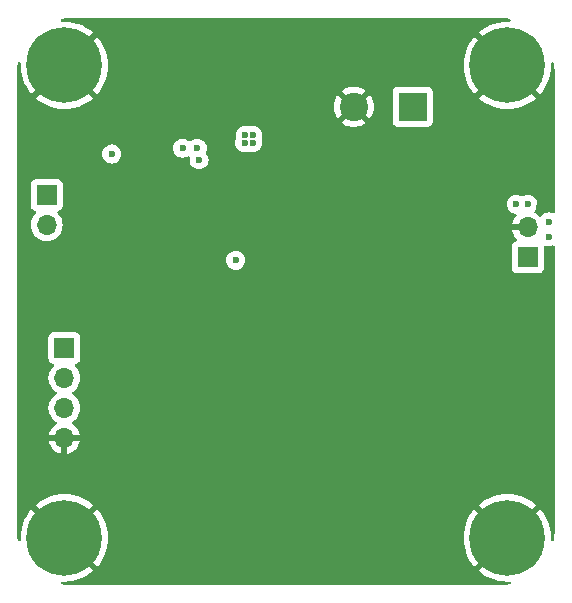
<source format=gbr>
%TF.GenerationSoftware,KiCad,Pcbnew,8.0.5*%
%TF.CreationDate,2024-09-18T15:37:43+10:00*%
%TF.ProjectId,mppt-board,6d707074-2d62-46f6-9172-642e6b696361,rev?*%
%TF.SameCoordinates,Original*%
%TF.FileFunction,Copper,L5,Inr*%
%TF.FilePolarity,Positive*%
%FSLAX46Y46*%
G04 Gerber Fmt 4.6, Leading zero omitted, Abs format (unit mm)*
G04 Created by KiCad (PCBNEW 8.0.5) date 2024-09-18 15:37:43*
%MOMM*%
%LPD*%
G01*
G04 APERTURE LIST*
%TA.AperFunction,ComponentPad*%
%ADD10C,6.400000*%
%TD*%
%TA.AperFunction,ComponentPad*%
%ADD11R,2.400000X2.400000*%
%TD*%
%TA.AperFunction,ComponentPad*%
%ADD12C,2.400000*%
%TD*%
%TA.AperFunction,ComponentPad*%
%ADD13R,1.700000X1.700000*%
%TD*%
%TA.AperFunction,ComponentPad*%
%ADD14O,1.700000X1.700000*%
%TD*%
%TA.AperFunction,ViaPad*%
%ADD15C,0.600000*%
%TD*%
G04 APERTURE END LIST*
D10*
%TO.N,GND*%
%TO.C,H3*%
X66500000Y-94000000D03*
%TD*%
D11*
%TO.N,Net-(D1-A)*%
%TO.C,C2*%
X96000000Y-57500000D03*
D12*
%TO.N,GND*%
X91000000Y-57500000D03*
%TD*%
D10*
%TO.N,GND*%
%TO.C,H2*%
X104000000Y-54000000D03*
%TD*%
D13*
%TO.N,VCC*%
%TO.C,J2*%
X66500000Y-77920000D03*
D14*
%TO.N,/swclk*%
X66500000Y-80460000D03*
%TO.N,/swdio*%
X66500000Y-83000000D03*
%TO.N,GND*%
X66500000Y-85540000D03*
%TD*%
D13*
%TO.N,VBUS*%
%TO.C,SC1*%
X65000000Y-64960000D03*
D14*
%TO.N,Net-(SC1--)*%
X65000000Y-67500000D03*
%TD*%
D10*
%TO.N,GND*%
%TO.C,H1*%
X66500000Y-54000000D03*
%TD*%
D13*
%TO.N,Net-(D1-A)*%
%TO.C,J1*%
X105725000Y-70250000D03*
D14*
%TO.N,GND*%
X105725000Y-67710000D03*
%TD*%
D10*
%TO.N,GND*%
%TO.C,H4*%
X104000000Y-94000000D03*
%TD*%
D15*
%TO.N,*%
X107500000Y-68500000D03*
X107500000Y-67250000D03*
X104750000Y-65750000D03*
X105750000Y-65750000D03*
%TO.N,GND*%
X106680000Y-60960000D03*
X88900000Y-63500000D03*
X66040000Y-60960000D03*
X98000000Y-93000000D03*
X81280000Y-96520000D03*
X87500000Y-71750000D03*
X91000000Y-55000000D03*
X66750000Y-75000000D03*
X81280000Y-81280000D03*
X106680000Y-88900000D03*
X71500000Y-53000000D03*
X85750000Y-55000000D03*
X99060000Y-91440000D03*
X93000000Y-59500000D03*
X86360000Y-50800000D03*
X81280000Y-76200000D03*
X87250000Y-73250000D03*
X70750000Y-65000000D03*
X101600000Y-88900000D03*
X89000000Y-74500000D03*
X86000000Y-72750000D03*
X106680000Y-66040000D03*
X103000000Y-80500000D03*
X71120000Y-91440000D03*
X88250000Y-57500000D03*
X93250000Y-55250000D03*
X86360000Y-66040000D03*
X66750000Y-74000000D03*
X86360000Y-96520000D03*
X86360000Y-81280000D03*
X93250000Y-57250000D03*
X70500000Y-64000000D03*
X91440000Y-66040000D03*
X67500000Y-75500000D03*
X75000000Y-58500000D03*
X89000000Y-72000000D03*
X76750000Y-72750000D03*
X86360000Y-60960000D03*
X86500000Y-55000000D03*
X97250000Y-83500000D03*
X86360000Y-86360000D03*
X81280000Y-86360000D03*
X83750000Y-64250000D03*
X88750000Y-59750000D03*
X84750000Y-65000000D03*
X74750000Y-56000000D03*
X72500000Y-71000000D03*
X93500000Y-97500000D03*
X97750000Y-80500000D03*
X76750000Y-73750000D03*
X73000000Y-51750000D03*
X101600000Y-50800000D03*
X74750000Y-57250000D03*
X71500000Y-72250000D03*
X71120000Y-55880000D03*
X73250000Y-74500000D03*
X68250000Y-75500000D03*
X88750000Y-55500000D03*
X100250000Y-80500000D03*
X71120000Y-76200000D03*
X77000000Y-59750000D03*
X69000000Y-75500000D03*
X96520000Y-66040000D03*
X74750000Y-59500000D03*
X81280000Y-91440000D03*
X87750000Y-53500000D03*
X75000000Y-97750000D03*
X86500000Y-52000000D03*
X72000000Y-65250000D03*
X84750000Y-66000000D03*
X104140000Y-88900000D03*
X76000000Y-59750000D03*
X103000000Y-75000000D03*
X71120000Y-86360000D03*
X71120000Y-81280000D03*
X96520000Y-50800000D03*
X72500000Y-70000000D03*
X91440000Y-50800000D03*
X86360000Y-91440000D03*
X99060000Y-88900000D03*
X71120000Y-50800000D03*
X86360000Y-76200000D03*
X70500000Y-96750000D03*
X78500000Y-73000000D03*
X99060000Y-96520000D03*
X91250000Y-60000000D03*
X66040000Y-71120000D03*
%TO.N,VCC*%
X81750000Y-60550000D03*
X70500000Y-61500000D03*
X82450000Y-60550000D03*
X81800000Y-59900000D03*
X82450000Y-59900000D03*
%TO.N,/V_{drop}*%
X76500000Y-61000000D03*
X81000000Y-70500000D03*
%TO.N,/swdio*%
X77900000Y-62000000D03*
%TO.N,/swclk*%
X77750000Y-61000000D03*
%TD*%
%TA.AperFunction,Conductor*%
%TO.N,GND*%
G36*
X103502702Y-50000617D02*
G01*
X103886771Y-50017386D01*
X103897504Y-50018326D01*
X104191114Y-50056980D01*
X104255009Y-50085247D01*
X104293480Y-50143571D01*
X104294311Y-50213436D01*
X104257239Y-50272659D01*
X104194033Y-50302438D01*
X104168438Y-50303749D01*
X104000002Y-50294922D01*
X103999999Y-50294922D01*
X103612712Y-50315219D01*
X103229676Y-50375886D01*
X103229669Y-50375887D01*
X102855063Y-50476262D01*
X102493005Y-50615244D01*
X102147456Y-50791310D01*
X101822206Y-51002531D01*
X101564648Y-51211095D01*
X101564648Y-51211096D01*
X103059301Y-52705748D01*
X102957670Y-52779588D01*
X102779588Y-52957670D01*
X102705748Y-53059300D01*
X101211096Y-51564648D01*
X101211095Y-51564648D01*
X101002531Y-51822206D01*
X100791310Y-52147456D01*
X100615244Y-52493005D01*
X100476262Y-52855063D01*
X100375887Y-53229669D01*
X100375886Y-53229676D01*
X100315219Y-53612712D01*
X100294922Y-53999999D01*
X100294922Y-54000000D01*
X100315219Y-54387287D01*
X100375886Y-54770323D01*
X100375887Y-54770330D01*
X100476262Y-55144936D01*
X100615244Y-55506994D01*
X100791310Y-55852543D01*
X101002531Y-56177793D01*
X101211095Y-56435350D01*
X101211096Y-56435350D01*
X102705748Y-54940698D01*
X102779588Y-55042330D01*
X102957670Y-55220412D01*
X103059300Y-55294251D01*
X101564648Y-56788903D01*
X101564649Y-56788904D01*
X101822206Y-56997468D01*
X102147456Y-57208689D01*
X102493005Y-57384755D01*
X102855063Y-57523737D01*
X103229669Y-57624112D01*
X103229676Y-57624113D01*
X103612712Y-57684780D01*
X103999999Y-57705078D01*
X104000001Y-57705078D01*
X104387287Y-57684780D01*
X104770323Y-57624113D01*
X104770330Y-57624112D01*
X105144936Y-57523737D01*
X105506994Y-57384755D01*
X105852543Y-57208689D01*
X106177783Y-56997476D01*
X106177785Y-56997475D01*
X106435349Y-56788902D01*
X104940698Y-55294251D01*
X105042330Y-55220412D01*
X105220412Y-55042330D01*
X105294251Y-54940698D01*
X106788902Y-56435349D01*
X106997475Y-56177785D01*
X106997476Y-56177783D01*
X107208689Y-55852543D01*
X107384755Y-55506994D01*
X107523737Y-55144936D01*
X107624112Y-54770330D01*
X107624113Y-54770323D01*
X107684780Y-54387287D01*
X107705078Y-54000000D01*
X107705078Y-53999999D01*
X107696250Y-53831562D01*
X107712399Y-53763584D01*
X107762736Y-53715128D01*
X107831279Y-53701579D01*
X107896267Y-53727237D01*
X107937066Y-53783958D01*
X107943019Y-53808886D01*
X107981671Y-54102472D01*
X107982614Y-54113249D01*
X107999382Y-54497297D01*
X107999500Y-54502706D01*
X107999500Y-66401928D01*
X107979815Y-66468967D01*
X107927011Y-66514722D01*
X107857853Y-66524666D01*
X107834546Y-66518970D01*
X107679257Y-66464632D01*
X107679249Y-66464630D01*
X107500004Y-66444435D01*
X107499996Y-66444435D01*
X107320750Y-66464630D01*
X107320745Y-66464631D01*
X107150476Y-66524211D01*
X106997737Y-66620184D01*
X106870181Y-66747740D01*
X106868731Y-66749559D01*
X106867497Y-66750424D01*
X106865260Y-66752662D01*
X106864867Y-66752269D01*
X106811539Y-66789695D01*
X106741728Y-66792540D01*
X106684109Y-66759921D01*
X106596078Y-66671891D01*
X106402578Y-66536399D01*
X106353774Y-66513642D01*
X106301335Y-66467470D01*
X106282183Y-66400276D01*
X106302399Y-66333395D01*
X106318489Y-66313588D01*
X106379816Y-66252262D01*
X106475789Y-66099522D01*
X106535368Y-65929255D01*
X106535369Y-65929249D01*
X106555565Y-65750003D01*
X106555565Y-65749996D01*
X106535369Y-65570750D01*
X106535368Y-65570745D01*
X106475788Y-65400476D01*
X106379815Y-65247737D01*
X106252262Y-65120184D01*
X106099523Y-65024211D01*
X105929254Y-64964631D01*
X105929249Y-64964630D01*
X105750004Y-64944435D01*
X105749996Y-64944435D01*
X105570750Y-64964630D01*
X105570737Y-64964633D01*
X105400479Y-65024209D01*
X105315971Y-65077309D01*
X105248734Y-65096309D01*
X105184029Y-65077309D01*
X105099520Y-65024209D01*
X104929262Y-64964633D01*
X104929249Y-64964630D01*
X104750004Y-64944435D01*
X104749996Y-64944435D01*
X104570750Y-64964630D01*
X104570745Y-64964631D01*
X104400476Y-65024211D01*
X104247737Y-65120184D01*
X104120184Y-65247737D01*
X104024211Y-65400476D01*
X103964631Y-65570745D01*
X103964630Y-65570750D01*
X103944435Y-65749996D01*
X103944435Y-65750003D01*
X103964630Y-65929249D01*
X103964631Y-65929254D01*
X104024211Y-66099523D01*
X104066952Y-66167544D01*
X104120184Y-66252262D01*
X104247738Y-66379816D01*
X104338080Y-66436582D01*
X104382721Y-66464632D01*
X104400478Y-66475789D01*
X104570745Y-66535368D01*
X104570750Y-66535369D01*
X104647308Y-66543994D01*
X104692073Y-66549038D01*
X104756488Y-66576104D01*
X104796043Y-66633698D01*
X104798182Y-66703535D01*
X104765873Y-66759939D01*
X104686886Y-66838926D01*
X104551400Y-67032420D01*
X104551399Y-67032422D01*
X104451570Y-67246507D01*
X104451567Y-67246513D01*
X104394364Y-67459999D01*
X104394364Y-67460000D01*
X105291988Y-67460000D01*
X105259075Y-67517007D01*
X105225000Y-67644174D01*
X105225000Y-67775826D01*
X105259075Y-67902993D01*
X105291988Y-67960000D01*
X104394364Y-67960000D01*
X104451567Y-68173486D01*
X104451570Y-68173492D01*
X104551399Y-68387578D01*
X104686894Y-68581082D01*
X104808946Y-68703134D01*
X104842431Y-68764457D01*
X104837447Y-68834149D01*
X104795575Y-68890082D01*
X104764598Y-68906997D01*
X104632671Y-68956202D01*
X104632664Y-68956206D01*
X104517455Y-69042452D01*
X104517452Y-69042455D01*
X104431206Y-69157664D01*
X104431202Y-69157671D01*
X104380908Y-69292517D01*
X104374501Y-69352116D01*
X104374500Y-69352135D01*
X104374500Y-71147870D01*
X104374501Y-71147876D01*
X104380908Y-71207483D01*
X104431202Y-71342328D01*
X104431206Y-71342335D01*
X104517452Y-71457544D01*
X104517455Y-71457547D01*
X104632664Y-71543793D01*
X104632671Y-71543797D01*
X104767517Y-71594091D01*
X104767516Y-71594091D01*
X104774444Y-71594835D01*
X104827127Y-71600500D01*
X106622872Y-71600499D01*
X106682483Y-71594091D01*
X106817331Y-71543796D01*
X106932546Y-71457546D01*
X107018796Y-71342331D01*
X107069091Y-71207483D01*
X107075500Y-71147873D01*
X107075499Y-69374313D01*
X107095184Y-69307275D01*
X107147987Y-69261520D01*
X107217146Y-69251576D01*
X107240452Y-69257272D01*
X107264154Y-69265566D01*
X107320740Y-69285367D01*
X107320750Y-69285369D01*
X107499996Y-69305565D01*
X107500000Y-69305565D01*
X107500004Y-69305565D01*
X107679249Y-69285369D01*
X107679251Y-69285368D01*
X107679255Y-69285368D01*
X107679258Y-69285366D01*
X107679262Y-69285366D01*
X107834545Y-69231030D01*
X107904324Y-69227468D01*
X107964951Y-69262196D01*
X107997179Y-69324190D01*
X107999500Y-69348071D01*
X107999500Y-93497293D01*
X107999382Y-93502702D01*
X107982614Y-93886750D01*
X107981671Y-93897527D01*
X107943019Y-94191113D01*
X107914752Y-94255009D01*
X107856428Y-94293480D01*
X107786563Y-94294311D01*
X107727340Y-94257239D01*
X107697561Y-94194033D01*
X107696250Y-94168437D01*
X107705078Y-94000000D01*
X107705078Y-93999999D01*
X107684780Y-93612712D01*
X107624113Y-93229676D01*
X107624112Y-93229669D01*
X107523737Y-92855063D01*
X107384755Y-92493005D01*
X107208689Y-92147456D01*
X106997468Y-91822206D01*
X106788904Y-91564649D01*
X106788903Y-91564648D01*
X105294251Y-93059300D01*
X105220412Y-92957670D01*
X105042330Y-92779588D01*
X104940698Y-92705748D01*
X106435350Y-91211096D01*
X106435350Y-91211095D01*
X106177793Y-91002531D01*
X105852543Y-90791310D01*
X105506994Y-90615244D01*
X105144936Y-90476262D01*
X104770330Y-90375887D01*
X104770323Y-90375886D01*
X104387287Y-90315219D01*
X104000001Y-90294922D01*
X103999999Y-90294922D01*
X103612712Y-90315219D01*
X103229676Y-90375886D01*
X103229669Y-90375887D01*
X102855063Y-90476262D01*
X102493005Y-90615244D01*
X102147456Y-90791310D01*
X101822206Y-91002531D01*
X101564648Y-91211095D01*
X101564648Y-91211096D01*
X103059301Y-92705748D01*
X102957670Y-92779588D01*
X102779588Y-92957670D01*
X102705748Y-93059300D01*
X101211096Y-91564648D01*
X101211095Y-91564648D01*
X101002531Y-91822206D01*
X100791310Y-92147456D01*
X100615244Y-92493005D01*
X100476262Y-92855063D01*
X100375887Y-93229669D01*
X100375886Y-93229676D01*
X100315219Y-93612712D01*
X100294922Y-93999999D01*
X100294922Y-94000000D01*
X100315219Y-94387287D01*
X100375886Y-94770323D01*
X100375887Y-94770330D01*
X100476262Y-95144936D01*
X100615244Y-95506994D01*
X100791310Y-95852543D01*
X101002531Y-96177793D01*
X101211095Y-96435350D01*
X101211096Y-96435350D01*
X102705748Y-94940698D01*
X102779588Y-95042330D01*
X102957670Y-95220412D01*
X103059300Y-95294251D01*
X101564648Y-96788903D01*
X101564649Y-96788904D01*
X101822206Y-96997468D01*
X102147456Y-97208689D01*
X102493005Y-97384755D01*
X102855063Y-97523737D01*
X103229669Y-97624112D01*
X103229676Y-97624113D01*
X103612712Y-97684780D01*
X103999999Y-97705078D01*
X104000001Y-97705078D01*
X104168437Y-97696250D01*
X104236415Y-97712399D01*
X104284871Y-97762736D01*
X104298420Y-97831279D01*
X104272762Y-97896267D01*
X104216041Y-97937066D01*
X104191113Y-97943019D01*
X103897527Y-97981671D01*
X103886750Y-97982614D01*
X103502703Y-97999382D01*
X103497294Y-97999500D01*
X67002706Y-97999500D01*
X66997297Y-97999382D01*
X66613249Y-97982614D01*
X66602474Y-97981671D01*
X66513376Y-97969941D01*
X66308886Y-97943019D01*
X66244990Y-97914752D01*
X66206519Y-97856428D01*
X66205688Y-97786563D01*
X66242760Y-97727340D01*
X66305966Y-97697561D01*
X66331562Y-97696250D01*
X66499999Y-97705078D01*
X66500001Y-97705078D01*
X66887287Y-97684780D01*
X67270323Y-97624113D01*
X67270330Y-97624112D01*
X67644936Y-97523737D01*
X68006994Y-97384755D01*
X68352543Y-97208689D01*
X68677783Y-96997476D01*
X68677785Y-96997475D01*
X68935349Y-96788902D01*
X67440698Y-95294251D01*
X67542330Y-95220412D01*
X67720412Y-95042330D01*
X67794251Y-94940698D01*
X69288902Y-96435349D01*
X69497475Y-96177785D01*
X69497476Y-96177783D01*
X69708689Y-95852543D01*
X69884755Y-95506994D01*
X70023737Y-95144936D01*
X70124112Y-94770330D01*
X70124113Y-94770323D01*
X70184780Y-94387287D01*
X70205078Y-94000000D01*
X70205078Y-93999999D01*
X70184780Y-93612712D01*
X70124113Y-93229676D01*
X70124112Y-93229669D01*
X70023737Y-92855063D01*
X69884755Y-92493005D01*
X69708689Y-92147456D01*
X69497468Y-91822206D01*
X69288904Y-91564649D01*
X69288903Y-91564648D01*
X67794251Y-93059300D01*
X67720412Y-92957670D01*
X67542330Y-92779588D01*
X67440698Y-92705748D01*
X68935350Y-91211096D01*
X68935350Y-91211095D01*
X68677793Y-91002531D01*
X68352543Y-90791310D01*
X68006994Y-90615244D01*
X67644936Y-90476262D01*
X67270330Y-90375887D01*
X67270323Y-90375886D01*
X66887287Y-90315219D01*
X66500001Y-90294922D01*
X66499999Y-90294922D01*
X66112712Y-90315219D01*
X65729676Y-90375886D01*
X65729669Y-90375887D01*
X65355063Y-90476262D01*
X64993005Y-90615244D01*
X64647456Y-90791310D01*
X64322206Y-91002531D01*
X64064648Y-91211095D01*
X64064648Y-91211096D01*
X65559301Y-92705748D01*
X65457670Y-92779588D01*
X65279588Y-92957670D01*
X65205748Y-93059301D01*
X63711096Y-91564648D01*
X63711095Y-91564648D01*
X63502531Y-91822206D01*
X63291310Y-92147456D01*
X63115244Y-92493005D01*
X62976262Y-92855063D01*
X62875887Y-93229669D01*
X62875886Y-93229676D01*
X62815219Y-93612712D01*
X62794922Y-93999999D01*
X62794922Y-94000001D01*
X62803749Y-94168438D01*
X62787600Y-94236415D01*
X62737263Y-94284871D01*
X62668719Y-94298420D01*
X62603732Y-94272761D01*
X62562933Y-94216040D01*
X62556981Y-94191118D01*
X62518326Y-93897504D01*
X62517386Y-93886771D01*
X62500618Y-93502702D01*
X62500500Y-93497293D01*
X62500500Y-80459999D01*
X65144341Y-80459999D01*
X65144341Y-80460000D01*
X65164936Y-80695403D01*
X65164938Y-80695413D01*
X65226094Y-80923655D01*
X65226096Y-80923659D01*
X65226097Y-80923663D01*
X65325965Y-81137830D01*
X65325967Y-81137834D01*
X65461501Y-81331395D01*
X65461506Y-81331402D01*
X65628597Y-81498493D01*
X65628603Y-81498498D01*
X65814158Y-81628425D01*
X65857783Y-81683002D01*
X65864977Y-81752500D01*
X65833454Y-81814855D01*
X65814158Y-81831575D01*
X65628597Y-81961505D01*
X65461505Y-82128597D01*
X65325965Y-82322169D01*
X65325964Y-82322171D01*
X65226098Y-82536335D01*
X65226094Y-82536344D01*
X65164938Y-82764586D01*
X65164936Y-82764596D01*
X65144341Y-82999999D01*
X65144341Y-83000000D01*
X65164936Y-83235403D01*
X65164938Y-83235413D01*
X65226094Y-83463655D01*
X65226096Y-83463659D01*
X65226097Y-83463663D01*
X65325965Y-83677830D01*
X65325967Y-83677834D01*
X65461501Y-83871395D01*
X65461506Y-83871402D01*
X65628597Y-84038493D01*
X65628603Y-84038498D01*
X65814594Y-84168730D01*
X65858219Y-84223307D01*
X65865413Y-84292805D01*
X65833890Y-84355160D01*
X65814595Y-84371880D01*
X65628922Y-84501890D01*
X65628920Y-84501891D01*
X65461891Y-84668920D01*
X65461886Y-84668926D01*
X65326400Y-84862420D01*
X65326399Y-84862422D01*
X65226570Y-85076507D01*
X65226567Y-85076513D01*
X65169364Y-85289999D01*
X65169364Y-85290000D01*
X66066988Y-85290000D01*
X66034075Y-85347007D01*
X66000000Y-85474174D01*
X66000000Y-85605826D01*
X66034075Y-85732993D01*
X66066988Y-85790000D01*
X65169364Y-85790000D01*
X65226567Y-86003486D01*
X65226570Y-86003492D01*
X65326399Y-86217578D01*
X65461894Y-86411082D01*
X65628917Y-86578105D01*
X65822421Y-86713600D01*
X66036507Y-86813429D01*
X66036516Y-86813433D01*
X66250000Y-86870634D01*
X66250000Y-85973012D01*
X66307007Y-86005925D01*
X66434174Y-86040000D01*
X66565826Y-86040000D01*
X66692993Y-86005925D01*
X66750000Y-85973012D01*
X66750000Y-86870633D01*
X66963483Y-86813433D01*
X66963492Y-86813429D01*
X67177578Y-86713600D01*
X67371082Y-86578105D01*
X67538105Y-86411082D01*
X67673600Y-86217578D01*
X67773429Y-86003492D01*
X67773432Y-86003486D01*
X67830636Y-85790000D01*
X66933012Y-85790000D01*
X66965925Y-85732993D01*
X67000000Y-85605826D01*
X67000000Y-85474174D01*
X66965925Y-85347007D01*
X66933012Y-85290000D01*
X67830636Y-85290000D01*
X67830635Y-85289999D01*
X67773432Y-85076513D01*
X67773429Y-85076507D01*
X67673600Y-84862422D01*
X67673599Y-84862420D01*
X67538113Y-84668926D01*
X67538108Y-84668920D01*
X67371078Y-84501890D01*
X67185405Y-84371879D01*
X67141780Y-84317302D01*
X67134588Y-84247804D01*
X67166110Y-84185449D01*
X67185406Y-84168730D01*
X67371401Y-84038495D01*
X67538495Y-83871401D01*
X67674035Y-83677830D01*
X67773903Y-83463663D01*
X67835063Y-83235408D01*
X67855659Y-83000000D01*
X67835063Y-82764592D01*
X67773903Y-82536337D01*
X67674035Y-82322171D01*
X67538495Y-82128599D01*
X67538494Y-82128597D01*
X67371402Y-81961506D01*
X67371396Y-81961501D01*
X67185842Y-81831575D01*
X67142217Y-81776998D01*
X67135023Y-81707500D01*
X67166546Y-81645145D01*
X67185842Y-81628425D01*
X67208026Y-81612891D01*
X67371401Y-81498495D01*
X67538495Y-81331401D01*
X67674035Y-81137830D01*
X67773903Y-80923663D01*
X67835063Y-80695408D01*
X67855659Y-80460000D01*
X67835063Y-80224592D01*
X67773903Y-79996337D01*
X67674035Y-79782171D01*
X67538495Y-79588599D01*
X67416567Y-79466671D01*
X67383084Y-79405351D01*
X67388068Y-79335659D01*
X67429939Y-79279725D01*
X67460915Y-79262810D01*
X67592331Y-79213796D01*
X67707546Y-79127546D01*
X67793796Y-79012331D01*
X67844091Y-78877483D01*
X67850500Y-78817873D01*
X67850499Y-77022128D01*
X67844091Y-76962517D01*
X67793796Y-76827669D01*
X67793795Y-76827668D01*
X67793793Y-76827664D01*
X67707547Y-76712455D01*
X67707544Y-76712452D01*
X67592335Y-76626206D01*
X67592328Y-76626202D01*
X67457482Y-76575908D01*
X67457483Y-76575908D01*
X67397883Y-76569501D01*
X67397881Y-76569500D01*
X67397873Y-76569500D01*
X67397864Y-76569500D01*
X65602129Y-76569500D01*
X65602123Y-76569501D01*
X65542516Y-76575908D01*
X65407671Y-76626202D01*
X65407664Y-76626206D01*
X65292455Y-76712452D01*
X65292452Y-76712455D01*
X65206206Y-76827664D01*
X65206202Y-76827671D01*
X65155908Y-76962517D01*
X65149501Y-77022116D01*
X65149501Y-77022123D01*
X65149500Y-77022135D01*
X65149500Y-78817870D01*
X65149501Y-78817876D01*
X65155908Y-78877483D01*
X65206202Y-79012328D01*
X65206206Y-79012335D01*
X65292452Y-79127544D01*
X65292455Y-79127547D01*
X65407664Y-79213793D01*
X65407671Y-79213797D01*
X65539081Y-79262810D01*
X65595015Y-79304681D01*
X65619432Y-79370145D01*
X65604580Y-79438418D01*
X65583430Y-79466673D01*
X65461503Y-79588600D01*
X65325965Y-79782169D01*
X65325964Y-79782171D01*
X65226098Y-79996335D01*
X65226094Y-79996344D01*
X65164938Y-80224586D01*
X65164936Y-80224596D01*
X65144341Y-80459999D01*
X62500500Y-80459999D01*
X62500500Y-70499996D01*
X80194435Y-70499996D01*
X80194435Y-70500003D01*
X80214630Y-70679249D01*
X80214631Y-70679254D01*
X80274211Y-70849523D01*
X80370184Y-71002262D01*
X80497738Y-71129816D01*
X80588080Y-71186582D01*
X80621342Y-71207482D01*
X80650478Y-71225789D01*
X80820745Y-71285368D01*
X80820750Y-71285369D01*
X80999996Y-71305565D01*
X81000000Y-71305565D01*
X81000004Y-71305565D01*
X81179249Y-71285369D01*
X81179252Y-71285368D01*
X81179255Y-71285368D01*
X81349522Y-71225789D01*
X81502262Y-71129816D01*
X81629816Y-71002262D01*
X81725789Y-70849522D01*
X81785368Y-70679255D01*
X81805565Y-70500000D01*
X81785368Y-70320745D01*
X81725789Y-70150478D01*
X81629816Y-69997738D01*
X81502262Y-69870184D01*
X81349523Y-69774211D01*
X81179254Y-69714631D01*
X81179249Y-69714630D01*
X81000004Y-69694435D01*
X80999996Y-69694435D01*
X80820750Y-69714630D01*
X80820745Y-69714631D01*
X80650476Y-69774211D01*
X80497737Y-69870184D01*
X80370184Y-69997737D01*
X80274211Y-70150476D01*
X80214631Y-70320745D01*
X80214630Y-70320750D01*
X80194435Y-70499996D01*
X62500500Y-70499996D01*
X62500500Y-67499999D01*
X63644341Y-67499999D01*
X63644341Y-67500000D01*
X63664936Y-67735403D01*
X63664938Y-67735413D01*
X63726094Y-67963655D01*
X63726096Y-67963659D01*
X63726097Y-67963663D01*
X63813211Y-68150478D01*
X63825965Y-68177830D01*
X63825967Y-68177834D01*
X63926035Y-68320745D01*
X63961505Y-68371401D01*
X64128599Y-68538495D01*
X64225384Y-68606265D01*
X64322165Y-68674032D01*
X64322167Y-68674033D01*
X64322170Y-68674035D01*
X64536337Y-68773903D01*
X64764592Y-68835063D01*
X64952918Y-68851539D01*
X64999999Y-68855659D01*
X65000000Y-68855659D01*
X65000001Y-68855659D01*
X65039234Y-68852226D01*
X65235408Y-68835063D01*
X65463663Y-68773903D01*
X65677830Y-68674035D01*
X65871401Y-68538495D01*
X66038495Y-68371401D01*
X66174035Y-68177830D01*
X66273903Y-67963663D01*
X66335063Y-67735408D01*
X66355659Y-67500000D01*
X66335063Y-67264592D01*
X66288626Y-67091285D01*
X66273905Y-67036344D01*
X66273904Y-67036343D01*
X66273903Y-67036337D01*
X66174035Y-66822171D01*
X66153287Y-66792540D01*
X66038496Y-66628600D01*
X65986000Y-66576104D01*
X65916567Y-66506671D01*
X65883084Y-66445351D01*
X65888068Y-66375659D01*
X65929939Y-66319725D01*
X65960915Y-66302810D01*
X66092331Y-66253796D01*
X66207546Y-66167546D01*
X66293796Y-66052331D01*
X66344091Y-65917483D01*
X66350500Y-65857873D01*
X66350499Y-64062128D01*
X66344091Y-64002517D01*
X66293796Y-63867669D01*
X66293795Y-63867668D01*
X66293793Y-63867664D01*
X66207547Y-63752455D01*
X66207544Y-63752452D01*
X66092335Y-63666206D01*
X66092328Y-63666202D01*
X65957482Y-63615908D01*
X65957483Y-63615908D01*
X65897883Y-63609501D01*
X65897881Y-63609500D01*
X65897873Y-63609500D01*
X65897864Y-63609500D01*
X64102129Y-63609500D01*
X64102123Y-63609501D01*
X64042516Y-63615908D01*
X63907671Y-63666202D01*
X63907664Y-63666206D01*
X63792455Y-63752452D01*
X63792452Y-63752455D01*
X63706206Y-63867664D01*
X63706202Y-63867671D01*
X63655908Y-64002517D01*
X63649501Y-64062116D01*
X63649501Y-64062123D01*
X63649500Y-64062135D01*
X63649500Y-65857870D01*
X63649501Y-65857876D01*
X63655908Y-65917483D01*
X63706202Y-66052328D01*
X63706206Y-66052335D01*
X63792452Y-66167544D01*
X63792455Y-66167547D01*
X63907664Y-66253793D01*
X63907671Y-66253797D01*
X64039081Y-66302810D01*
X64095015Y-66344681D01*
X64119432Y-66410145D01*
X64104580Y-66478418D01*
X64083430Y-66506673D01*
X63961503Y-66628600D01*
X63825965Y-66822169D01*
X63825964Y-66822171D01*
X63726098Y-67036335D01*
X63726094Y-67036344D01*
X63664938Y-67264586D01*
X63664936Y-67264596D01*
X63644341Y-67499999D01*
X62500500Y-67499999D01*
X62500500Y-61499996D01*
X69694435Y-61499996D01*
X69694435Y-61500003D01*
X69714630Y-61679249D01*
X69714631Y-61679254D01*
X69774211Y-61849523D01*
X69868760Y-61999996D01*
X69870184Y-62002262D01*
X69997738Y-62129816D01*
X70150478Y-62225789D01*
X70320745Y-62285368D01*
X70320750Y-62285369D01*
X70499996Y-62305565D01*
X70500000Y-62305565D01*
X70500004Y-62305565D01*
X70679249Y-62285369D01*
X70679252Y-62285368D01*
X70679255Y-62285368D01*
X70849522Y-62225789D01*
X71002262Y-62129816D01*
X71129816Y-62002262D01*
X71225789Y-61849522D01*
X71285368Y-61679255D01*
X71288097Y-61655037D01*
X71305565Y-61500003D01*
X71305565Y-61499996D01*
X71285369Y-61320750D01*
X71285368Y-61320745D01*
X71235860Y-61179259D01*
X71225789Y-61150478D01*
X71131235Y-60999996D01*
X75694435Y-60999996D01*
X75694435Y-61000003D01*
X75714630Y-61179249D01*
X75714631Y-61179254D01*
X75774211Y-61349523D01*
X75810556Y-61407365D01*
X75870184Y-61502262D01*
X75997738Y-61629816D01*
X76150478Y-61725789D01*
X76320745Y-61785368D01*
X76320750Y-61785369D01*
X76499996Y-61805565D01*
X76500000Y-61805565D01*
X76500004Y-61805565D01*
X76679249Y-61785369D01*
X76679252Y-61785368D01*
X76679255Y-61785368D01*
X76849522Y-61725789D01*
X76931884Y-61674037D01*
X76999118Y-61655037D01*
X77065954Y-61675404D01*
X77111168Y-61728671D01*
X77120407Y-61797928D01*
X77114899Y-61819977D01*
X77114634Y-61820731D01*
X77114630Y-61820750D01*
X77094435Y-61999996D01*
X77094435Y-62000003D01*
X77114630Y-62179249D01*
X77114631Y-62179254D01*
X77174211Y-62349523D01*
X77270184Y-62502262D01*
X77397738Y-62629816D01*
X77550478Y-62725789D01*
X77720745Y-62785368D01*
X77720750Y-62785369D01*
X77899996Y-62805565D01*
X77900000Y-62805565D01*
X77900004Y-62805565D01*
X78079249Y-62785369D01*
X78079252Y-62785368D01*
X78079255Y-62785368D01*
X78249522Y-62725789D01*
X78402262Y-62629816D01*
X78529816Y-62502262D01*
X78625789Y-62349522D01*
X78685368Y-62179255D01*
X78685369Y-62179249D01*
X78705565Y-62000003D01*
X78705565Y-61999996D01*
X78685369Y-61820750D01*
X78685368Y-61820745D01*
X78652141Y-61725788D01*
X78625789Y-61650478D01*
X78529816Y-61497738D01*
X78506467Y-61474389D01*
X78472982Y-61413066D01*
X78477106Y-61345756D01*
X78535368Y-61179255D01*
X78535369Y-61179249D01*
X78555565Y-61000003D01*
X78555565Y-60999996D01*
X78535369Y-60820750D01*
X78535368Y-60820745D01*
X78475788Y-60650476D01*
X78412652Y-60549996D01*
X80944435Y-60549996D01*
X80944435Y-60550003D01*
X80964630Y-60729249D01*
X80964631Y-60729254D01*
X81024211Y-60899523D01*
X81087347Y-61000003D01*
X81120184Y-61052262D01*
X81247738Y-61179816D01*
X81400478Y-61275789D01*
X81528955Y-61320745D01*
X81570745Y-61335368D01*
X81570750Y-61335369D01*
X81749996Y-61355565D01*
X81750000Y-61355565D01*
X81750004Y-61355565D01*
X81929249Y-61335369D01*
X81929251Y-61335368D01*
X81929255Y-61335368D01*
X81929258Y-61335366D01*
X81929262Y-61335366D01*
X82059045Y-61289953D01*
X82128824Y-61286391D01*
X82140955Y-61289953D01*
X82270737Y-61335366D01*
X82270743Y-61335367D01*
X82270745Y-61335368D01*
X82270746Y-61335368D01*
X82270750Y-61335369D01*
X82449996Y-61355565D01*
X82450000Y-61355565D01*
X82450004Y-61355565D01*
X82629249Y-61335369D01*
X82629252Y-61335368D01*
X82629255Y-61335368D01*
X82799522Y-61275789D01*
X82952262Y-61179816D01*
X83079816Y-61052262D01*
X83175789Y-60899522D01*
X83235368Y-60729255D01*
X83237016Y-60714630D01*
X83255565Y-60550003D01*
X83255565Y-60549996D01*
X83235369Y-60370750D01*
X83235368Y-60370748D01*
X83235368Y-60370745D01*
X83198698Y-60265951D01*
X83195136Y-60196177D01*
X83198692Y-60184067D01*
X83235368Y-60079255D01*
X83255565Y-59900000D01*
X83235368Y-59720745D01*
X83175789Y-59550478D01*
X83079816Y-59397738D01*
X82952262Y-59270184D01*
X82841361Y-59200500D01*
X82799523Y-59174211D01*
X82629254Y-59114631D01*
X82629249Y-59114630D01*
X82450004Y-59094435D01*
X82449996Y-59094435D01*
X82270747Y-59114631D01*
X82165954Y-59151299D01*
X82096175Y-59154860D01*
X82084046Y-59151299D01*
X81979252Y-59114631D01*
X81800004Y-59094435D01*
X81799996Y-59094435D01*
X81620750Y-59114630D01*
X81620745Y-59114631D01*
X81450476Y-59174211D01*
X81297737Y-59270184D01*
X81170184Y-59397737D01*
X81074211Y-59550476D01*
X81014631Y-59720745D01*
X81014630Y-59720750D01*
X80994435Y-59899996D01*
X80994435Y-59900003D01*
X81014631Y-60079253D01*
X81014632Y-60079257D01*
X81026299Y-60112602D01*
X81029860Y-60182381D01*
X81026299Y-60194508D01*
X80964632Y-60370742D01*
X80964630Y-60370750D01*
X80944435Y-60549996D01*
X78412652Y-60549996D01*
X78379815Y-60497737D01*
X78252262Y-60370184D01*
X78099523Y-60274211D01*
X77929254Y-60214631D01*
X77929249Y-60214630D01*
X77750004Y-60194435D01*
X77749996Y-60194435D01*
X77570750Y-60214630D01*
X77570745Y-60214631D01*
X77400476Y-60274211D01*
X77247737Y-60370184D01*
X77212681Y-60405241D01*
X77151358Y-60438726D01*
X77081666Y-60433742D01*
X77037319Y-60405241D01*
X77002262Y-60370184D01*
X76849523Y-60274211D01*
X76679254Y-60214631D01*
X76679249Y-60214630D01*
X76500004Y-60194435D01*
X76499996Y-60194435D01*
X76320750Y-60214630D01*
X76320745Y-60214631D01*
X76150476Y-60274211D01*
X75997737Y-60370184D01*
X75870184Y-60497737D01*
X75774211Y-60650476D01*
X75714631Y-60820745D01*
X75714630Y-60820750D01*
X75694435Y-60999996D01*
X71131235Y-60999996D01*
X71129816Y-60997738D01*
X71002262Y-60870184D01*
X70849523Y-60774211D01*
X70679254Y-60714631D01*
X70679249Y-60714630D01*
X70500004Y-60694435D01*
X70499996Y-60694435D01*
X70320750Y-60714630D01*
X70320745Y-60714631D01*
X70150476Y-60774211D01*
X69997737Y-60870184D01*
X69870184Y-60997737D01*
X69774211Y-61150476D01*
X69714631Y-61320745D01*
X69714630Y-61320750D01*
X69694435Y-61499996D01*
X62500500Y-61499996D01*
X62500500Y-54502706D01*
X62500618Y-54497297D01*
X62506894Y-54353553D01*
X62517386Y-54113226D01*
X62518325Y-54102497D01*
X62556981Y-53808883D01*
X62585247Y-53744990D01*
X62643571Y-53706519D01*
X62713436Y-53705688D01*
X62772659Y-53742760D01*
X62802438Y-53805966D01*
X62803749Y-53831561D01*
X62794922Y-53999998D01*
X62794922Y-54000000D01*
X62815219Y-54387287D01*
X62875886Y-54770323D01*
X62875887Y-54770330D01*
X62976262Y-55144936D01*
X63115244Y-55506994D01*
X63291310Y-55852543D01*
X63502531Y-56177793D01*
X63711095Y-56435350D01*
X63711096Y-56435350D01*
X65205747Y-54940698D01*
X65279588Y-55042330D01*
X65457670Y-55220412D01*
X65559300Y-55294251D01*
X64064648Y-56788903D01*
X64064649Y-56788904D01*
X64322206Y-56997468D01*
X64647456Y-57208689D01*
X64993005Y-57384755D01*
X65355063Y-57523737D01*
X65729669Y-57624112D01*
X65729676Y-57624113D01*
X66112712Y-57684780D01*
X66499999Y-57705078D01*
X66500001Y-57705078D01*
X66887287Y-57684780D01*
X67270323Y-57624113D01*
X67270330Y-57624112D01*
X67644936Y-57523737D01*
X67706786Y-57499995D01*
X89295233Y-57499995D01*
X89295233Y-57500004D01*
X89314273Y-57754079D01*
X89370968Y-58002477D01*
X89370973Y-58002494D01*
X89464058Y-58239671D01*
X89464057Y-58239671D01*
X89591454Y-58460327D01*
X89591461Y-58460338D01*
X89633452Y-58512991D01*
X89633453Y-58512992D01*
X90435387Y-57711058D01*
X90440889Y-57731591D01*
X90519881Y-57868408D01*
X90631592Y-57980119D01*
X90768409Y-58059111D01*
X90788940Y-58064612D01*
X89986813Y-58866738D01*
X90147616Y-58976371D01*
X90147624Y-58976376D01*
X90377176Y-59086921D01*
X90377174Y-59086921D01*
X90620652Y-59162024D01*
X90620658Y-59162026D01*
X90872595Y-59199999D01*
X90872604Y-59200000D01*
X91127396Y-59200000D01*
X91127404Y-59199999D01*
X91379341Y-59162026D01*
X91379347Y-59162024D01*
X91622824Y-59086921D01*
X91852376Y-58976376D01*
X91852377Y-58976375D01*
X92013185Y-58866738D01*
X91211060Y-58064612D01*
X91231591Y-58059111D01*
X91368408Y-57980119D01*
X91480119Y-57868408D01*
X91559111Y-57731591D01*
X91564612Y-57711059D01*
X92366544Y-58512992D01*
X92366546Y-58512991D01*
X92408544Y-58460330D01*
X92535941Y-58239671D01*
X92629026Y-58002494D01*
X92629031Y-58002477D01*
X92685726Y-57754079D01*
X92704767Y-57500004D01*
X92704767Y-57499995D01*
X92685726Y-57245920D01*
X92629031Y-56997522D01*
X92629026Y-56997505D01*
X92535941Y-56760328D01*
X92535942Y-56760328D01*
X92408545Y-56539672D01*
X92366545Y-56487006D01*
X91564612Y-57288939D01*
X91559111Y-57268409D01*
X91480119Y-57131592D01*
X91368408Y-57019881D01*
X91231591Y-56940889D01*
X91211059Y-56935387D01*
X91894310Y-56252135D01*
X94299500Y-56252135D01*
X94299500Y-58747870D01*
X94299501Y-58747876D01*
X94305908Y-58807483D01*
X94356202Y-58942328D01*
X94356206Y-58942335D01*
X94442452Y-59057544D01*
X94442455Y-59057547D01*
X94557664Y-59143793D01*
X94557671Y-59143797D01*
X94692517Y-59194091D01*
X94692516Y-59194091D01*
X94699444Y-59194835D01*
X94752127Y-59200500D01*
X97247872Y-59200499D01*
X97307483Y-59194091D01*
X97442331Y-59143796D01*
X97557546Y-59057546D01*
X97643796Y-58942331D01*
X97694091Y-58807483D01*
X97700500Y-58747873D01*
X97700499Y-56252128D01*
X97694091Y-56192517D01*
X97688599Y-56177793D01*
X97643797Y-56057671D01*
X97643793Y-56057664D01*
X97557547Y-55942455D01*
X97557544Y-55942452D01*
X97442335Y-55856206D01*
X97442328Y-55856202D01*
X97307482Y-55805908D01*
X97307483Y-55805908D01*
X97247883Y-55799501D01*
X97247881Y-55799500D01*
X97247873Y-55799500D01*
X97247864Y-55799500D01*
X94752129Y-55799500D01*
X94752123Y-55799501D01*
X94692516Y-55805908D01*
X94557671Y-55856202D01*
X94557664Y-55856206D01*
X94442455Y-55942452D01*
X94442452Y-55942455D01*
X94356206Y-56057664D01*
X94356202Y-56057671D01*
X94305908Y-56192517D01*
X94299501Y-56252116D01*
X94299501Y-56252123D01*
X94299500Y-56252135D01*
X91894310Y-56252135D01*
X92013185Y-56133260D01*
X91852384Y-56023628D01*
X91852376Y-56023623D01*
X91622823Y-55913078D01*
X91622825Y-55913078D01*
X91379347Y-55837975D01*
X91379341Y-55837973D01*
X91127404Y-55800000D01*
X90872595Y-55800000D01*
X90620658Y-55837973D01*
X90620652Y-55837975D01*
X90377175Y-55913078D01*
X90147622Y-56023625D01*
X90147609Y-56023632D01*
X89986813Y-56133259D01*
X90788941Y-56935387D01*
X90768409Y-56940889D01*
X90631592Y-57019881D01*
X90519881Y-57131592D01*
X90440889Y-57268409D01*
X90435387Y-57288941D01*
X89633452Y-56487006D01*
X89591457Y-56539667D01*
X89464058Y-56760328D01*
X89370973Y-56997505D01*
X89370968Y-56997522D01*
X89314273Y-57245920D01*
X89295233Y-57499995D01*
X67706786Y-57499995D01*
X68006994Y-57384755D01*
X68352543Y-57208689D01*
X68677783Y-56997476D01*
X68677785Y-56997475D01*
X68935349Y-56788902D01*
X67440698Y-55294251D01*
X67542330Y-55220412D01*
X67720412Y-55042330D01*
X67794251Y-54940698D01*
X69288902Y-56435349D01*
X69497475Y-56177785D01*
X69497476Y-56177783D01*
X69708689Y-55852543D01*
X69884755Y-55506994D01*
X70023737Y-55144936D01*
X70124112Y-54770330D01*
X70124113Y-54770323D01*
X70184780Y-54387287D01*
X70205078Y-54000000D01*
X70205078Y-53999999D01*
X70184780Y-53612712D01*
X70124113Y-53229676D01*
X70124112Y-53229669D01*
X70023737Y-52855063D01*
X69884755Y-52493005D01*
X69708689Y-52147456D01*
X69497468Y-51822206D01*
X69288904Y-51564649D01*
X69288903Y-51564648D01*
X67794251Y-53059300D01*
X67720412Y-52957670D01*
X67542330Y-52779588D01*
X67440698Y-52705747D01*
X68935350Y-51211096D01*
X68935350Y-51211095D01*
X68677793Y-51002531D01*
X68352543Y-50791310D01*
X68006994Y-50615244D01*
X67644936Y-50476262D01*
X67270330Y-50375887D01*
X67270323Y-50375886D01*
X66887287Y-50315219D01*
X66500001Y-50294922D01*
X66499998Y-50294922D01*
X66331561Y-50303749D01*
X66263584Y-50287600D01*
X66215128Y-50237263D01*
X66201579Y-50168719D01*
X66227238Y-50103732D01*
X66283959Y-50062933D01*
X66308879Y-50056981D01*
X66602497Y-50018325D01*
X66613226Y-50017386D01*
X66997297Y-50000617D01*
X67002706Y-50000500D01*
X67065892Y-50000500D01*
X103434108Y-50000500D01*
X103497294Y-50000500D01*
X103502702Y-50000617D01*
G37*
%TD.AperFunction*%
%TD*%
M02*

</source>
